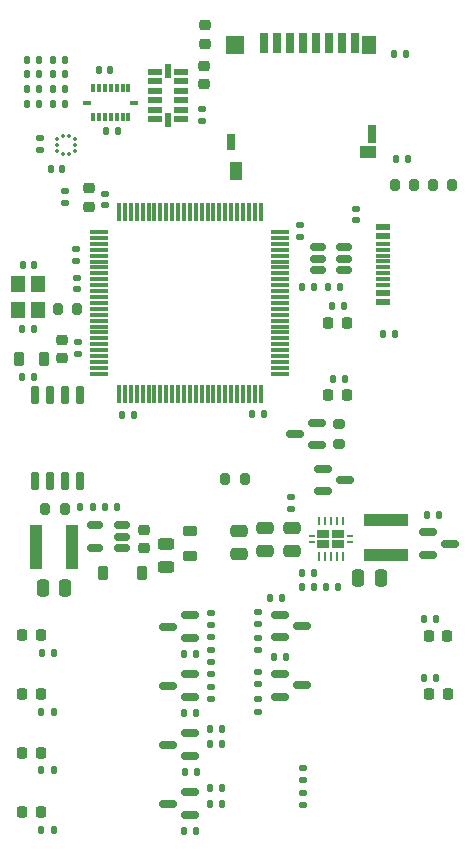
<source format=gbr>
%TF.GenerationSoftware,KiCad,Pcbnew,7.0.2-0*%
%TF.CreationDate,2023-10-14T01:58:59-05:00*%
%TF.ProjectId,Flight Computer,466c6967-6874-4204-936f-6d7075746572,1.1*%
%TF.SameCoordinates,Original*%
%TF.FileFunction,Paste,Top*%
%TF.FilePolarity,Positive*%
%FSLAX46Y46*%
G04 Gerber Fmt 4.6, Leading zero omitted, Abs format (unit mm)*
G04 Created by KiCad (PCBNEW 7.0.2-0) date 2023-10-14 01:58:59*
%MOMM*%
%LPD*%
G01*
G04 APERTURE LIST*
G04 Aperture macros list*
%AMRoundRect*
0 Rectangle with rounded corners*
0 $1 Rounding radius*
0 $2 $3 $4 $5 $6 $7 $8 $9 X,Y pos of 4 corners*
0 Add a 4 corners polygon primitive as box body*
4,1,4,$2,$3,$4,$5,$6,$7,$8,$9,$2,$3,0*
0 Add four circle primitives for the rounded corners*
1,1,$1+$1,$2,$3*
1,1,$1+$1,$4,$5*
1,1,$1+$1,$6,$7*
1,1,$1+$1,$8,$9*
0 Add four rect primitives between the rounded corners*
20,1,$1+$1,$2,$3,$4,$5,0*
20,1,$1+$1,$4,$5,$6,$7,0*
20,1,$1+$1,$6,$7,$8,$9,0*
20,1,$1+$1,$8,$9,$2,$3,0*%
G04 Aperture macros list end*
%ADD10RoundRect,0.150000X-0.587500X-0.150000X0.587500X-0.150000X0.587500X0.150000X-0.587500X0.150000X0*%
%ADD11RoundRect,0.135000X-0.185000X0.135000X-0.185000X-0.135000X0.185000X-0.135000X0.185000X0.135000X0*%
%ADD12RoundRect,0.218750X-0.218750X-0.256250X0.218750X-0.256250X0.218750X0.256250X-0.218750X0.256250X0*%
%ADD13RoundRect,0.150000X0.587500X0.150000X-0.587500X0.150000X-0.587500X-0.150000X0.587500X-0.150000X0*%
%ADD14RoundRect,0.200000X-0.275000X0.200000X-0.275000X-0.200000X0.275000X-0.200000X0.275000X0.200000X0*%
%ADD15RoundRect,0.218750X0.218750X0.256250X-0.218750X0.256250X-0.218750X-0.256250X0.218750X-0.256250X0*%
%ADD16RoundRect,0.135000X0.185000X-0.135000X0.185000X0.135000X-0.185000X0.135000X-0.185000X-0.135000X0*%
%ADD17RoundRect,0.135000X-0.135000X-0.185000X0.135000X-0.185000X0.135000X0.185000X-0.135000X0.185000X0*%
%ADD18RoundRect,0.200000X0.200000X0.275000X-0.200000X0.275000X-0.200000X-0.275000X0.200000X-0.275000X0*%
%ADD19RoundRect,0.140000X0.140000X0.170000X-0.140000X0.170000X-0.140000X-0.170000X0.140000X-0.170000X0*%
%ADD20RoundRect,0.225000X-0.250000X0.225000X-0.250000X-0.225000X0.250000X-0.225000X0.250000X0.225000X0*%
%ADD21RoundRect,0.140000X-0.140000X-0.170000X0.140000X-0.170000X0.140000X0.170000X-0.140000X0.170000X0*%
%ADD22RoundRect,0.218750X-0.381250X0.218750X-0.381250X-0.218750X0.381250X-0.218750X0.381250X0.218750X0*%
%ADD23RoundRect,0.140000X-0.170000X0.140000X-0.170000X-0.140000X0.170000X-0.140000X0.170000X0.140000X0*%
%ADD24RoundRect,0.218750X0.218750X0.381250X-0.218750X0.381250X-0.218750X-0.381250X0.218750X-0.381250X0*%
%ADD25RoundRect,0.140000X0.170000X-0.140000X0.170000X0.140000X-0.170000X0.140000X-0.170000X-0.140000X0*%
%ADD26RoundRect,0.135000X0.135000X0.185000X-0.135000X0.185000X-0.135000X-0.185000X0.135000X-0.185000X0*%
%ADD27RoundRect,0.075000X-0.725000X-0.075000X0.725000X-0.075000X0.725000X0.075000X-0.725000X0.075000X0*%
%ADD28RoundRect,0.075000X-0.075000X-0.725000X0.075000X-0.725000X0.075000X0.725000X-0.075000X0.725000X0*%
%ADD29RoundRect,0.225000X0.250000X-0.225000X0.250000X0.225000X-0.250000X0.225000X-0.250000X-0.225000X0*%
%ADD30RoundRect,0.200000X-0.200000X-0.275000X0.200000X-0.275000X0.200000X0.275000X-0.200000X0.275000X0*%
%ADD31R,1.240000X0.600000*%
%ADD32R,1.240000X0.300000*%
%ADD33RoundRect,0.150000X0.512500X0.150000X-0.512500X0.150000X-0.512500X-0.150000X0.512500X-0.150000X0*%
%ADD34R,0.700000X1.750000*%
%ADD35R,1.450000X1.000000*%
%ADD36R,1.000000X1.550000*%
%ADD37R,0.800000X1.500000*%
%ADD38R,1.300000X1.500000*%
%ADD39R,1.500000X1.500000*%
%ADD40R,0.800000X1.400000*%
%ADD41RoundRect,0.250000X-0.250000X-0.475000X0.250000X-0.475000X0.250000X0.475000X-0.250000X0.475000X0*%
%ADD42R,1.200000X1.400000*%
%ADD43RoundRect,0.250000X-0.475000X0.250000X-0.475000X-0.250000X0.475000X-0.250000X0.475000X0.250000X0*%
%ADD44R,1.100000X3.700000*%
%ADD45R,3.700000X1.100000*%
%ADD46RoundRect,0.012500X0.112500X-0.325000X0.112500X0.325000X-0.112500X0.325000X-0.112500X-0.325000X0*%
%ADD47RoundRect,0.012500X0.325000X-0.112500X0.325000X0.112500X-0.325000X0.112500X-0.325000X-0.112500X0*%
%ADD48R,0.230000X0.230000*%
%ADD49O,0.230000X0.800000*%
%ADD50R,1.050000X0.680000*%
%ADD51R,0.500000X0.260000*%
%ADD52RoundRect,0.012500X0.112500X0.125000X-0.112500X0.125000X-0.112500X-0.125000X0.112500X-0.125000X0*%
%ADD53RoundRect,0.012500X0.125000X0.112500X-0.125000X0.112500X-0.125000X-0.112500X0.125000X-0.112500X0*%
%ADD54RoundRect,0.243750X0.456250X-0.243750X0.456250X0.243750X-0.456250X0.243750X-0.456250X-0.243750X0*%
%ADD55RoundRect,0.027500X0.545000X0.247500X-0.545000X0.247500X-0.545000X-0.247500X0.545000X-0.247500X0*%
%ADD56RoundRect,0.027500X0.247500X0.545000X-0.247500X0.545000X-0.247500X-0.545000X0.247500X-0.545000X0*%
%ADD57RoundRect,0.150000X0.150000X-0.650000X0.150000X0.650000X-0.150000X0.650000X-0.150000X-0.650000X0*%
%ADD58RoundRect,0.225000X0.225000X0.375000X-0.225000X0.375000X-0.225000X-0.375000X0.225000X-0.375000X0*%
G04 APERTURE END LIST*
D10*
%TO.C,Q9*%
X168662500Y-109997500D03*
X168662500Y-111897500D03*
X170537500Y-110947500D03*
%TD*%
D11*
%TO.C,R3*%
X137950000Y-81090000D03*
X137950000Y-82110000D03*
%TD*%
D12*
%TO.C,D8*%
X134312500Y-123700000D03*
X135887500Y-123700000D03*
%TD*%
D13*
%TO.C,Q2*%
X148537500Y-133912500D03*
X148537500Y-132012500D03*
X146662500Y-132962500D03*
%TD*%
D14*
%TO.C,R18*%
X161150000Y-100837500D03*
X161150000Y-102487500D03*
%TD*%
D11*
%TO.C,R14*%
X154250000Y-124140000D03*
X154250000Y-125160000D03*
%TD*%
D13*
%TO.C,Q1*%
X159237500Y-102612500D03*
X159237500Y-100712500D03*
X157362500Y-101662500D03*
%TD*%
D15*
%TO.C,D2*%
X161787500Y-98362500D03*
X160212500Y-98362500D03*
%TD*%
D11*
%TO.C,R13*%
X154250000Y-121840000D03*
X154250000Y-122860000D03*
%TD*%
D16*
%TO.C,R9*%
X150270000Y-124080000D03*
X150270000Y-123060000D03*
%TD*%
D17*
%TO.C,R19*%
X164890000Y-93162500D03*
X165910000Y-93162500D03*
%TD*%
D18*
%TO.C,R2*%
X138975000Y-91087500D03*
X137325000Y-91087500D03*
%TD*%
D19*
%TO.C,C10*%
X135280000Y-92762500D03*
X134320000Y-92762500D03*
%TD*%
D17*
%TO.C,R22*%
X160020000Y-114600000D03*
X161040000Y-114600000D03*
%TD*%
D20*
%TO.C,C1*%
X149700000Y-70475000D03*
X149700000Y-72025000D03*
%TD*%
D16*
%TO.C,R23*%
X157100000Y-108022500D03*
X157100000Y-107002500D03*
%TD*%
D21*
%TO.C,C8*%
X140820000Y-70850000D03*
X141780000Y-70850000D03*
%TD*%
D19*
%TO.C,C15*%
X143730000Y-100050000D03*
X142770000Y-100050000D03*
%TD*%
D11*
%TO.C,R15*%
X150280000Y-116790000D03*
X150280000Y-117810000D03*
%TD*%
D16*
%TO.C,R35*%
X158060000Y-130957500D03*
X158060000Y-129937500D03*
%TD*%
D22*
%TO.C,FB2*%
X148550000Y-109837500D03*
X148550000Y-111962500D03*
%TD*%
D15*
%TO.C,D4*%
X170287500Y-118800000D03*
X168712500Y-118800000D03*
%TD*%
D18*
%TO.C,R21*%
X167500000Y-80550000D03*
X165850000Y-80550000D03*
%TD*%
D17*
%TO.C,R53*%
X136890000Y-71200000D03*
X137910000Y-71200000D03*
%TD*%
D23*
%TO.C,C25*%
X162580000Y-82580000D03*
X162580000Y-83540000D03*
%TD*%
D24*
%TO.C,FB1*%
X136162500Y-95312500D03*
X134037500Y-95312500D03*
%TD*%
D25*
%TO.C,C16*%
X139000000Y-94867500D03*
X139000000Y-93907500D03*
%TD*%
D19*
%TO.C,C18*%
X158980000Y-113450000D03*
X158020000Y-113450000D03*
%TD*%
D17*
%TO.C,R37*%
X168340000Y-117300000D03*
X169360000Y-117300000D03*
%TD*%
D19*
%TO.C,C3*%
X137680000Y-79250000D03*
X136720000Y-79250000D03*
%TD*%
D26*
%TO.C,R46*%
X158980000Y-89180000D03*
X157960000Y-89180000D03*
%TD*%
%TO.C,R17*%
X161520000Y-90830000D03*
X160500000Y-90830000D03*
%TD*%
D27*
%TO.C,U1*%
X140825000Y-84562500D03*
X140825000Y-85062500D03*
X140825000Y-85562500D03*
X140825000Y-86062500D03*
X140825000Y-86562500D03*
X140825000Y-87062500D03*
X140825000Y-87562500D03*
X140825000Y-88062500D03*
X140825000Y-88562500D03*
X140825000Y-89062500D03*
X140825000Y-89562500D03*
X140825000Y-90062500D03*
X140825000Y-90562500D03*
X140825000Y-91062500D03*
X140825000Y-91562500D03*
X140825000Y-92062500D03*
X140825000Y-92562500D03*
X140825000Y-93062500D03*
X140825000Y-93562500D03*
X140825000Y-94062500D03*
X140825000Y-94562500D03*
X140825000Y-95062500D03*
X140825000Y-95562500D03*
X140825000Y-96062500D03*
X140825000Y-96562500D03*
D28*
X142500000Y-98237500D03*
X143000000Y-98237500D03*
X143500000Y-98237500D03*
X144000000Y-98237500D03*
X144500000Y-98237500D03*
X145000000Y-98237500D03*
X145500000Y-98237500D03*
X146000000Y-98237500D03*
X146500000Y-98237500D03*
X147000000Y-98237500D03*
X147500000Y-98237500D03*
X148000000Y-98237500D03*
X148500000Y-98237500D03*
X149000000Y-98237500D03*
X149500000Y-98237500D03*
X150000000Y-98237500D03*
X150500000Y-98237500D03*
X151000000Y-98237500D03*
X151500000Y-98237500D03*
X152000000Y-98237500D03*
X152500000Y-98237500D03*
X153000000Y-98237500D03*
X153500000Y-98237500D03*
X154000000Y-98237500D03*
X154500000Y-98237500D03*
D27*
X156175000Y-96562500D03*
X156175000Y-96062500D03*
X156175000Y-95562500D03*
X156175000Y-95062500D03*
X156175000Y-94562500D03*
X156175000Y-94062500D03*
X156175000Y-93562500D03*
X156175000Y-93062500D03*
X156175000Y-92562500D03*
X156175000Y-92062500D03*
X156175000Y-91562500D03*
X156175000Y-91062500D03*
X156175000Y-90562500D03*
X156175000Y-90062500D03*
X156175000Y-89562500D03*
X156175000Y-89062500D03*
X156175000Y-88562500D03*
X156175000Y-88062500D03*
X156175000Y-87562500D03*
X156175000Y-87062500D03*
X156175000Y-86562500D03*
X156175000Y-86062500D03*
X156175000Y-85562500D03*
X156175000Y-85062500D03*
X156175000Y-84562500D03*
D28*
X154500000Y-82887500D03*
X154000000Y-82887500D03*
X153500000Y-82887500D03*
X153000000Y-82887500D03*
X152500000Y-82887500D03*
X152000000Y-82887500D03*
X151500000Y-82887500D03*
X151000000Y-82887500D03*
X150500000Y-82887500D03*
X150000000Y-82887500D03*
X149500000Y-82887500D03*
X149000000Y-82887500D03*
X148500000Y-82887500D03*
X148000000Y-82887500D03*
X147500000Y-82887500D03*
X147000000Y-82887500D03*
X146500000Y-82887500D03*
X146000000Y-82887500D03*
X145500000Y-82887500D03*
X145000000Y-82887500D03*
X144500000Y-82887500D03*
X144000000Y-82887500D03*
X143500000Y-82887500D03*
X143000000Y-82887500D03*
X142500000Y-82887500D03*
%TD*%
D15*
%TO.C,D5*%
X170337500Y-123700000D03*
X168762500Y-123700000D03*
%TD*%
D29*
%TO.C,C7*%
X140000000Y-82425000D03*
X140000000Y-80875000D03*
%TD*%
D26*
%TO.C,R39*%
X137010000Y-120200000D03*
X135990000Y-120200000D03*
%TD*%
D19*
%TO.C,C29*%
X135280000Y-96800000D03*
X134320000Y-96800000D03*
%TD*%
D26*
%TO.C,R27*%
X166960000Y-78412500D03*
X165940000Y-78412500D03*
%TD*%
D17*
%TO.C,R38*%
X168340000Y-122300000D03*
X169360000Y-122300000D03*
%TD*%
%TO.C,R33*%
X148040000Y-125262500D03*
X149060000Y-125262500D03*
%TD*%
%TO.C,R44*%
X139240000Y-107850000D03*
X140260000Y-107850000D03*
%TD*%
%TO.C,R1*%
X168590000Y-108500000D03*
X169610000Y-108500000D03*
%TD*%
D26*
%TO.C,R40*%
X136960000Y-130150000D03*
X135940000Y-130150000D03*
%TD*%
D30*
%TO.C,R42*%
X136275000Y-108000000D03*
X137925000Y-108000000D03*
%TD*%
D31*
%TO.C,J7*%
X164840000Y-90502500D03*
X164840000Y-89702500D03*
D32*
X164840000Y-88552500D03*
X164840000Y-87552500D03*
X164840000Y-87052500D03*
X164840000Y-86052500D03*
D31*
X164840000Y-84902500D03*
X164840000Y-84102500D03*
X164840000Y-84102500D03*
X164840000Y-84902500D03*
D32*
X164840000Y-85552500D03*
X164840000Y-86552500D03*
X164840000Y-88052500D03*
X164840000Y-89052500D03*
D31*
X164840000Y-89702500D03*
X164840000Y-90502500D03*
%TD*%
D26*
%TO.C,R30*%
X156310000Y-115550000D03*
X155290000Y-115550000D03*
%TD*%
D11*
%TO.C,R12*%
X154260000Y-118950000D03*
X154260000Y-119970000D03*
%TD*%
D23*
%TO.C,C12*%
X157850000Y-84007500D03*
X157850000Y-84967500D03*
%TD*%
D17*
%TO.C,R48*%
X134690000Y-69970000D03*
X135710000Y-69970000D03*
%TD*%
D26*
%TO.C,R8*%
X151260000Y-126650000D03*
X150240000Y-126650000D03*
%TD*%
D10*
%TO.C,Q7*%
X156122500Y-121987500D03*
X156122500Y-123887500D03*
X157997500Y-122937500D03*
%TD*%
D25*
%TO.C,C9*%
X138900000Y-86992500D03*
X138900000Y-86032500D03*
%TD*%
D12*
%TO.C,D3*%
X134312500Y-133700000D03*
X135887500Y-133700000D03*
%TD*%
D25*
%TO.C,C4*%
X135850000Y-77580000D03*
X135850000Y-76620000D03*
%TD*%
D17*
%TO.C,R49*%
X136890000Y-69970000D03*
X137910000Y-69970000D03*
%TD*%
D29*
%TO.C,C24*%
X137650000Y-95262500D03*
X137650000Y-93712500D03*
%TD*%
D11*
%TO.C,R16*%
X150280000Y-118890000D03*
X150280000Y-119910000D03*
%TD*%
D33*
%TO.C,U2*%
X161587500Y-87762500D03*
X161587500Y-86812500D03*
X161587500Y-85862500D03*
X159312500Y-85862500D03*
X159312500Y-86812500D03*
X159312500Y-87762500D03*
%TD*%
D34*
%TO.C,J10*%
X154795000Y-68562500D03*
X155895000Y-68562500D03*
X156995000Y-68562500D03*
X158095000Y-68562500D03*
X159195000Y-68562500D03*
X160295000Y-68562500D03*
X161395000Y-68562500D03*
X162495000Y-68562500D03*
D35*
X163620000Y-77787500D03*
D36*
X152395000Y-79362500D03*
D37*
X163945000Y-76287500D03*
D38*
X163695000Y-68687500D03*
D39*
X152345000Y-68687500D03*
D40*
X151995000Y-76937500D03*
%TD*%
D18*
%TO.C,R28*%
X153150000Y-105512500D03*
X151500000Y-105512500D03*
%TD*%
D30*
%TO.C,R20*%
X169075000Y-80550000D03*
X170725000Y-80550000D03*
%TD*%
D41*
%TO.C,C20*%
X136050000Y-114712500D03*
X137950000Y-114712500D03*
%TD*%
D17*
%TO.C,R4*%
X150190000Y-132950000D03*
X151210000Y-132950000D03*
%TD*%
D42*
%TO.C,Y1*%
X133975000Y-88962500D03*
X133975000Y-91162500D03*
X135675000Y-91162500D03*
X135675000Y-88962500D03*
%TD*%
D26*
%TO.C,R31*%
X156610000Y-120550000D03*
X155590000Y-120550000D03*
%TD*%
%TO.C,R36*%
X136960000Y-135200000D03*
X135940000Y-135200000D03*
%TD*%
D17*
%TO.C,R52*%
X134690000Y-71200000D03*
X135710000Y-71200000D03*
%TD*%
D26*
%TO.C,R41*%
X136960000Y-125200000D03*
X135940000Y-125200000D03*
%TD*%
D10*
%TO.C,Q6*%
X156122500Y-116987500D03*
X156122500Y-118887500D03*
X157997500Y-117937500D03*
%TD*%
D43*
%TO.C,C21*%
X157150000Y-109662500D03*
X157150000Y-111562500D03*
%TD*%
%TO.C,C23*%
X152700000Y-109912500D03*
X152700000Y-111812500D03*
%TD*%
D44*
%TO.C,L2*%
X138500000Y-111212500D03*
X135500000Y-111212500D03*
%TD*%
D41*
%TO.C,C17*%
X162750000Y-113812500D03*
X164650000Y-113812500D03*
%TD*%
D26*
%TO.C,R45*%
X161190000Y-89180000D03*
X160170000Y-89180000D03*
%TD*%
D45*
%TO.C,L1*%
X165100000Y-111912500D03*
X165100000Y-108912500D03*
%TD*%
D17*
%TO.C,R32*%
X148030000Y-120262500D03*
X149050000Y-120262500D03*
%TD*%
%TO.C,R7*%
X150240000Y-127950000D03*
X151260000Y-127950000D03*
%TD*%
D10*
%TO.C,Q4*%
X159775000Y-104612500D03*
X159775000Y-106512500D03*
X161650000Y-105562500D03*
%TD*%
D17*
%TO.C,R50*%
X134690000Y-72450000D03*
X135710000Y-72450000D03*
%TD*%
%TO.C,R55*%
X136890000Y-73700000D03*
X137910000Y-73700000D03*
%TD*%
D46*
%TO.C,U4*%
X140300000Y-72337500D03*
X140800000Y-72337500D03*
X141300000Y-72337500D03*
X141800000Y-72337500D03*
X142300000Y-72337500D03*
X142800000Y-72337500D03*
X143300000Y-72337500D03*
D47*
X143812500Y-73600000D03*
D46*
X143300000Y-74862500D03*
X142800000Y-74862500D03*
X142300000Y-74862500D03*
X141800000Y-74862500D03*
X141300000Y-74862500D03*
X140800000Y-74862500D03*
X140300000Y-74862500D03*
D47*
X139787500Y-73600000D03*
%TD*%
D16*
%TO.C,R10*%
X150270000Y-121990000D03*
X150270000Y-120970000D03*
%TD*%
D13*
%TO.C,Q5*%
X148537500Y-123912500D03*
X148537500Y-122012500D03*
X146662500Y-122962500D03*
%TD*%
D12*
%TO.C,D6*%
X134312500Y-118700000D03*
X135887500Y-118700000D03*
%TD*%
D17*
%TO.C,R5*%
X157990000Y-114600000D03*
X159010000Y-114600000D03*
%TD*%
D29*
%TO.C,C19*%
X144650000Y-111325000D03*
X144650000Y-109775000D03*
%TD*%
D26*
%TO.C,R6*%
X151210000Y-131650000D03*
X150190000Y-131650000D03*
%TD*%
D17*
%TO.C,R29*%
X148080000Y-130262500D03*
X149100000Y-130262500D03*
%TD*%
D48*
%TO.C,U8*%
X161450000Y-108777500D03*
D49*
X161450000Y-109062500D03*
D48*
X160950000Y-108777500D03*
D49*
X160950000Y-109062500D03*
D48*
X160450000Y-108777500D03*
D49*
X160450000Y-109062500D03*
D48*
X159950000Y-108777500D03*
D49*
X159950000Y-109062500D03*
D48*
X159450000Y-108777500D03*
D49*
X159450000Y-109062500D03*
X159450000Y-112012500D03*
D48*
X159450000Y-112297500D03*
D49*
X159950000Y-112012500D03*
D48*
X159950000Y-112297500D03*
D49*
X160450000Y-112012500D03*
D48*
X160450000Y-112297500D03*
D49*
X160950000Y-112012500D03*
D48*
X160950000Y-112297500D03*
D49*
X161450000Y-112012500D03*
D48*
X161450000Y-112297500D03*
D50*
X161085000Y-110087500D03*
X159815000Y-110087500D03*
D51*
X162080000Y-110287500D03*
X158820000Y-110287500D03*
X162080000Y-110787500D03*
X158820000Y-110787500D03*
D50*
X161085000Y-110987500D03*
X159815000Y-110987500D03*
%TD*%
D11*
%TO.C,R11*%
X154260000Y-116740000D03*
X154260000Y-117760000D03*
%TD*%
D52*
%TO.C,U5*%
X137757500Y-77925000D03*
X138257500Y-77925000D03*
D53*
X138770000Y-77662500D03*
X138770000Y-77162500D03*
X138770000Y-76662500D03*
D52*
X138257500Y-76400000D03*
X137757500Y-76400000D03*
D53*
X137245000Y-76662500D03*
X137245000Y-77162500D03*
X137245000Y-77662500D03*
%TD*%
D54*
%TO.C,F1*%
X146500000Y-112887500D03*
X146500000Y-111012500D03*
%TD*%
D20*
%TO.C,C28*%
X149750000Y-67075000D03*
X149750000Y-68625000D03*
%TD*%
D17*
%TO.C,R51*%
X136890000Y-72450000D03*
X137910000Y-72450000D03*
%TD*%
D13*
%TO.C,Q3*%
X148537500Y-128912500D03*
X148537500Y-127012500D03*
X146662500Y-127962500D03*
%TD*%
D15*
%TO.C,D1*%
X161787500Y-92250000D03*
X160212500Y-92250000D03*
%TD*%
D19*
%TO.C,C13*%
X154755000Y-100000000D03*
X153795000Y-100000000D03*
%TD*%
D55*
%TO.C,U3*%
X147750000Y-75012500D03*
X147750000Y-74212500D03*
X147750000Y-73412500D03*
X147750000Y-72612500D03*
X147750000Y-71812500D03*
X147750000Y-71012500D03*
D56*
X146652500Y-70915000D03*
D55*
X145555000Y-71012500D03*
X145555000Y-71812500D03*
X145555000Y-72612500D03*
X145555000Y-73412500D03*
X145555000Y-74212500D03*
X145555000Y-75012500D03*
D56*
X146652500Y-75110000D03*
%TD*%
D12*
%TO.C,D7*%
X134312500Y-128650000D03*
X135887500Y-128650000D03*
%TD*%
D57*
%TO.C,U7*%
X135395000Y-105600000D03*
X136665000Y-105600000D03*
X137935000Y-105600000D03*
X139205000Y-105600000D03*
X139205000Y-98400000D03*
X137935000Y-98400000D03*
X136665000Y-98400000D03*
X135395000Y-98400000D03*
%TD*%
D25*
%TO.C,C2*%
X149500000Y-75142500D03*
X149500000Y-74182500D03*
%TD*%
D26*
%TO.C,R26*%
X166810000Y-69512500D03*
X165790000Y-69512500D03*
%TD*%
D43*
%TO.C,C22*%
X154900000Y-109662500D03*
X154900000Y-111562500D03*
%TD*%
D26*
%TO.C,R24*%
X161640000Y-97007500D03*
X160620000Y-97007500D03*
%TD*%
D21*
%TO.C,C6*%
X134370000Y-87362500D03*
X135330000Y-87362500D03*
%TD*%
D17*
%TO.C,R54*%
X134690000Y-73700000D03*
X135710000Y-73700000D03*
%TD*%
D19*
%TO.C,C5*%
X142380000Y-76000000D03*
X141420000Y-76000000D03*
%TD*%
D17*
%TO.C,R34*%
X148040000Y-135262500D03*
X149060000Y-135262500D03*
%TD*%
%TO.C,R43*%
X141340000Y-107850000D03*
X142360000Y-107850000D03*
%TD*%
D25*
%TO.C,C11*%
X141350000Y-82280000D03*
X141350000Y-81320000D03*
%TD*%
D16*
%TO.C,R25*%
X158060000Y-133110000D03*
X158060000Y-132090000D03*
%TD*%
D33*
%TO.C,U9*%
X142787500Y-111300000D03*
X142787500Y-110350000D03*
X142787500Y-109400000D03*
X140512500Y-109400000D03*
X140512500Y-111300000D03*
%TD*%
D25*
%TO.C,C14*%
X138950000Y-89417500D03*
X138950000Y-88457500D03*
%TD*%
D58*
%TO.C,D15*%
X144450000Y-113450000D03*
X141150000Y-113450000D03*
%TD*%
D13*
%TO.C,Q8*%
X148537500Y-118912500D03*
X148537500Y-117012500D03*
X146662500Y-117962500D03*
%TD*%
M02*

</source>
